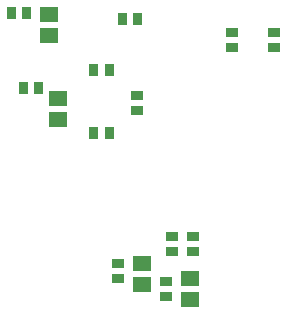
<source format=gbr>
G04 start of page 12 for group -4014 idx -4014 *
G04 Title: (unknown), bottompaste *
G04 Creator: pcb 1.99z *
G04 CreationDate: Sun 01 Aug 2010 05:53:12 AM GMT UTC *
G04 For: jensen *
G04 Format: Gerber/RS-274X *
G04 PCB-Dimensions: 200000 250000 *
G04 PCB-Coordinate-Origin: lower left *
%MOIN*%
%FSLAX25Y25*%
%LNBACKPASTE*%
%ADD23R,0.0295X0.0295*%
%ADD24R,0.0512X0.0512*%
G54D23*X150508Y95441D02*X151492D01*
X150508Y100559D02*X151492D01*
X114508Y12441D02*X115492D01*
X114508Y17559D02*X115492D01*
X136508Y95441D02*X137492D01*
X136508Y100559D02*X137492D01*
X123508Y27441D02*X124492D01*
X123508Y32559D02*X124492D01*
G54D24*X122607Y11457D02*X123393D01*
X122607Y18543D02*X123393D01*
G54D23*X100441Y105492D02*Y104508D01*
X105559Y105492D02*Y104508D01*
G54D24*X75607Y99457D02*X76393D01*
X75607Y106543D02*X76393D01*
G54D23*X90941Y88492D02*Y87508D01*
X96059Y88492D02*Y87508D01*
X67441Y82492D02*Y81508D01*
X72559Y82492D02*Y81508D01*
X63441Y107492D02*Y106508D01*
X68559Y107492D02*Y106508D01*
X116508Y27441D02*X117492D01*
X116508Y32559D02*X117492D01*
X104949Y79559D02*X105933D01*
X104949Y74441D02*X105933D01*
X90941Y67492D02*Y66508D01*
X96059Y67492D02*Y66508D01*
X98508Y23559D02*X99492D01*
X98508Y18441D02*X99492D01*
G54D24*X78607Y71457D02*X79393D01*
X78607Y78543D02*X79393D01*
X106607Y16457D02*X107393D01*
X106607Y23543D02*X107393D01*
M02*

</source>
